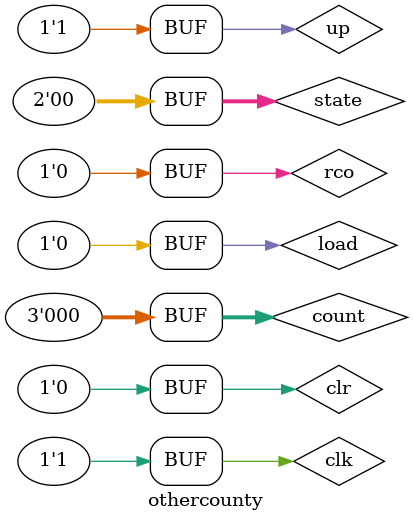
<source format=sv>
`timescale 1ns / 1ps


module othercounty(

    );
    
    logic clk, clr, rco, up, load;
    logic [1:0] state;
    logic [2:0] count;
    
    cntr_up_clr_nb #(.n(3)) countpqpq (
        .clk(clk),
        .clr(clr),
        .up(up),
        .ld(load),
        .D(3'b111),
        .count(count),
        .rco(rco)   );
        
    fsm_template fsm (
        .clk(clk),
        .rco(rco),
        .up(up),
        .clr(clr),
        .load(load),
        .state(state)   );
        
       
   always
    begin
        clk = 0;
        #10
        clk = 1;
        #10;
    end
    
    initial
    begin
        clk = 0; count = 3'b000; rco = 0; up = 1; clr = 0; state = 2'b00; load = 0;
    end
    
endmodule

</source>
